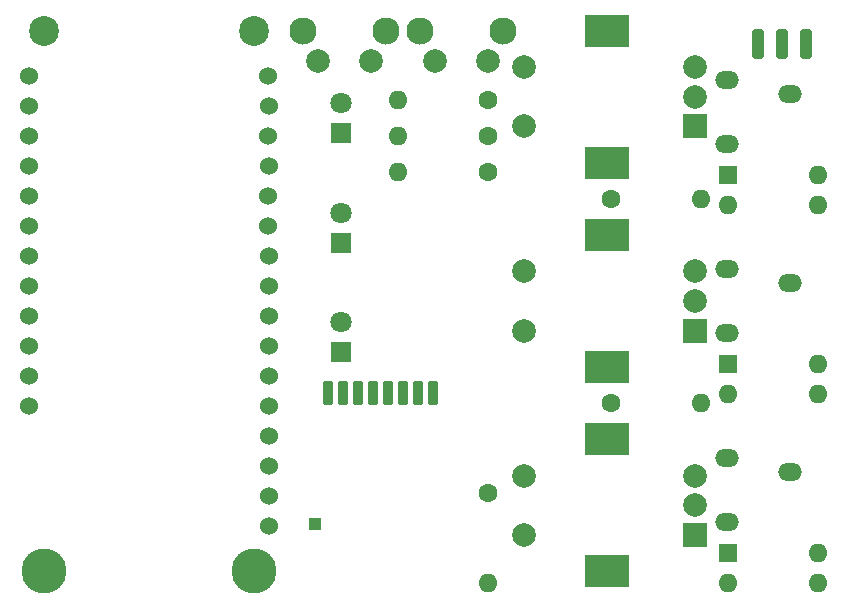
<source format=gts>
G04 #@! TF.GenerationSoftware,KiCad,Pcbnew,(6.0.7)*
G04 #@! TF.CreationDate,2023-02-19T14:25:41-04:00*
G04 #@! TF.ProjectId,Twitch Switch Base,54776974-6368-4205-9377-697463682042,rev?*
G04 #@! TF.SameCoordinates,Original*
G04 #@! TF.FileFunction,Soldermask,Top*
G04 #@! TF.FilePolarity,Negative*
%FSLAX46Y46*%
G04 Gerber Fmt 4.6, Leading zero omitted, Abs format (unit mm)*
G04 Created by KiCad (PCBNEW (6.0.7)) date 2023-02-19 14:25:41*
%MOMM*%
%LPD*%
G01*
G04 APERTURE LIST*
G04 Aperture macros list*
%AMRoundRect*
0 Rectangle with rounded corners*
0 $1 Rounding radius*
0 $2 $3 $4 $5 $6 $7 $8 $9 X,Y pos of 4 corners*
0 Add a 4 corners polygon primitive as box body*
4,1,4,$2,$3,$4,$5,$6,$7,$8,$9,$2,$3,0*
0 Add four circle primitives for the rounded corners*
1,1,$1+$1,$2,$3*
1,1,$1+$1,$4,$5*
1,1,$1+$1,$6,$7*
1,1,$1+$1,$8,$9*
0 Add four rect primitives between the rounded corners*
20,1,$1+$1,$2,$3,$4,$5,0*
20,1,$1+$1,$4,$5,$6,$7,0*
20,1,$1+$1,$6,$7,$8,$9,0*
20,1,$1+$1,$8,$9,$2,$3,0*%
G04 Aperture macros list end*
%ADD10R,2.000000X2.000000*%
%ADD11C,2.000000*%
%ADD12R,3.800000X2.800000*%
%ADD13C,1.600000*%
%ADD14O,1.600000X1.600000*%
%ADD15C,2.300000*%
%ADD16R,1.600000X1.600000*%
%ADD17RoundRect,0.250000X-0.250000X1.000000X-0.250000X-1.000000X0.250000X-1.000000X0.250000X1.000000X0*%
%ADD18R,1.800000X1.800000*%
%ADD19C,1.800000*%
%ADD20RoundRect,0.225000X0.225000X0.775000X-0.225000X0.775000X-0.225000X-0.775000X0.225000X-0.775000X0*%
%ADD21R,1.000000X1.000000*%
%ADD22O,2.000000X1.500000*%
%ADD23C,2.530000*%
%ADD24C,1.524000*%
%ADD25C,3.810000*%
G04 APERTURE END LIST*
D10*
X173228000Y-86800000D03*
D11*
X173228000Y-81800000D03*
X173228000Y-84300000D03*
D12*
X165728000Y-78700000D03*
X165728000Y-89900000D03*
D11*
X158728000Y-81800000D03*
X158728000Y-86800000D03*
D13*
X166116000Y-110236000D03*
D14*
X173736000Y-110236000D03*
D11*
X151166000Y-81280000D03*
X155666000Y-81280000D03*
D15*
X156916000Y-78780000D03*
X149916000Y-78780000D03*
D16*
X176032000Y-122931000D03*
D14*
X176032000Y-125471000D03*
X183652000Y-125471000D03*
X183652000Y-122931000D03*
D17*
X182578000Y-79820000D03*
X178578000Y-79820000D03*
X180578000Y-79820000D03*
D18*
X143256000Y-87376000D03*
D19*
X143256000Y-84836000D03*
D20*
X151003000Y-109347000D03*
X149733000Y-109347000D03*
X148463000Y-109347000D03*
X147193000Y-109347000D03*
X145923000Y-109347000D03*
X144653000Y-109347000D03*
X143383000Y-109347000D03*
X142113000Y-109347000D03*
D21*
X141058000Y-120483000D03*
D22*
X175952000Y-120352000D03*
X181252000Y-116102000D03*
X175952000Y-114852000D03*
D18*
X143256000Y-105918000D03*
D19*
X143256000Y-103378000D03*
D22*
X175952000Y-88348000D03*
X181252000Y-84098000D03*
X175952000Y-82848000D03*
D10*
X173228000Y-121400000D03*
D11*
X173228000Y-116400000D03*
X173228000Y-118900000D03*
D12*
X165728000Y-124500000D03*
X165728000Y-113300000D03*
D11*
X158728000Y-116400000D03*
X158728000Y-121400000D03*
D18*
X143256000Y-96647000D03*
D19*
X143256000Y-94107000D03*
D13*
X155702000Y-84582000D03*
D14*
X148082000Y-84582000D03*
D13*
X155702000Y-90678000D03*
D14*
X148082000Y-90678000D03*
D22*
X175952000Y-104350000D03*
X181252000Y-100100000D03*
X175952000Y-98850000D03*
D11*
X141260000Y-81280000D03*
X145760000Y-81280000D03*
D15*
X147010000Y-78780000D03*
X140010000Y-78780000D03*
D16*
X176032000Y-106929000D03*
D14*
X176032000Y-109469000D03*
X183652000Y-109469000D03*
X183652000Y-106929000D03*
D13*
X155702000Y-117856000D03*
D14*
X155702000Y-125476000D03*
D13*
X155702000Y-87630000D03*
D14*
X148082000Y-87630000D03*
D23*
X118110000Y-78740000D03*
X135890000Y-78740000D03*
D24*
X137160000Y-120650000D03*
X137160000Y-118110000D03*
X137160000Y-115570000D03*
X137160000Y-113030000D03*
X137160000Y-110490000D03*
X137160000Y-107950000D03*
X137160000Y-105410000D03*
X137160000Y-102870000D03*
X137160000Y-100330000D03*
X137160000Y-97790000D03*
X137100000Y-95250000D03*
X137100000Y-92710000D03*
X137160000Y-90170000D03*
X137100000Y-87630000D03*
X137160000Y-85090000D03*
X137100000Y-82550000D03*
X116840000Y-82550000D03*
X116840000Y-85090000D03*
X116840000Y-87630000D03*
X116840000Y-90170000D03*
X116840000Y-92710000D03*
X116840000Y-95250000D03*
X116840000Y-97790000D03*
X116840000Y-100330000D03*
X116840000Y-102870000D03*
X116840000Y-105410000D03*
X116840000Y-107950000D03*
X116840000Y-110490000D03*
D25*
X118110000Y-124460000D03*
X135890000Y-124460000D03*
D13*
X166116000Y-92964000D03*
D14*
X173736000Y-92964000D03*
D10*
X173228000Y-104100000D03*
D11*
X173228000Y-99100000D03*
X173228000Y-101600000D03*
D12*
X165728000Y-96000000D03*
X165728000Y-107200000D03*
D11*
X158728000Y-99100000D03*
X158728000Y-104100000D03*
D16*
X176032000Y-90927000D03*
D14*
X176032000Y-93467000D03*
X183652000Y-93467000D03*
X183652000Y-90927000D03*
M02*

</source>
